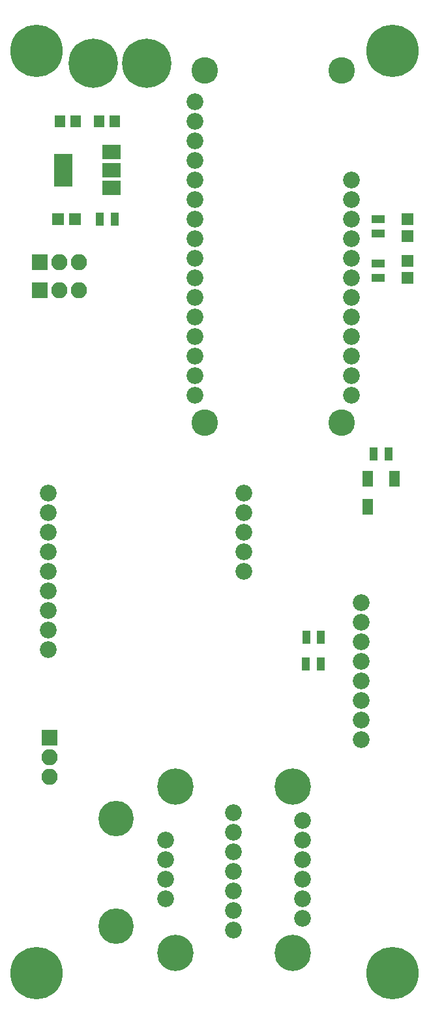
<source format=gts>
G04 #@! TF.GenerationSoftware,KiCad,Pcbnew,(5.1.0)-1*
G04 #@! TF.CreationDate,2019-04-08T21:34:39-05:00*
G04 #@! TF.ProjectId,TheHub2,54686548-7562-4322-9e6b-696361645f70,1.0*
G04 #@! TF.SameCoordinates,Original*
G04 #@! TF.FileFunction,Soldermask,Top*
G04 #@! TF.FilePolarity,Negative*
%FSLAX46Y46*%
G04 Gerber Fmt 4.6, Leading zero omitted, Abs format (unit mm)*
G04 Created by KiCad (PCBNEW (5.1.0)-1) date 2019-04-08 21:34:39*
%MOMM*%
%LPD*%
G04 APERTURE LIST*
%ADD10C,6.800000*%
%ADD11R,1.400000X2.100000*%
%ADD12R,1.400000X1.650000*%
%ADD13R,1.600000X1.600000*%
%ADD14C,6.400000*%
%ADD15R,2.100000X2.100000*%
%ADD16O,2.100000X2.100000*%
%ADD17R,1.100000X1.700000*%
%ADD18R,1.700000X1.100000*%
%ADD19C,2.178000*%
%ADD20C,4.718000*%
%ADD21C,3.448000*%
%ADD22R,2.400000X1.900000*%
%ADD23R,2.400000X4.200000*%
%ADD24C,4.600000*%
G04 APERTURE END LIST*
D10*
X102590600Y-94983300D03*
X148844000Y-95034100D03*
X102577900Y-214782400D03*
X148805900Y-214782400D03*
D11*
X145570000Y-150600000D03*
X145570000Y-154200000D03*
X149070000Y-150600000D03*
D12*
X112760000Y-104140000D03*
X110760000Y-104140000D03*
X107680000Y-104140000D03*
X105680000Y-104140000D03*
D13*
X107610000Y-116840000D03*
X105410000Y-116840000D03*
X150774400Y-116865400D03*
X150774400Y-119065400D03*
X150774400Y-122285400D03*
X150774400Y-124485400D03*
D14*
X109941600Y-96634300D03*
X116941600Y-96634300D03*
D15*
X103009700Y-126085600D03*
D16*
X105549700Y-126085600D03*
X108089700Y-126085600D03*
X104305100Y-189230000D03*
X104305100Y-186690000D03*
D15*
X104305100Y-184150000D03*
D17*
X110810000Y-116840000D03*
X112710000Y-116840000D03*
X146370000Y-147320000D03*
X148270000Y-147320000D03*
D18*
X146964400Y-116865400D03*
X146964400Y-118765400D03*
X146964400Y-124485400D03*
X146964400Y-122585400D03*
D19*
X137160000Y-207645000D03*
X137160000Y-205105000D03*
X137160000Y-202565000D03*
X137160000Y-200025000D03*
X137160000Y-197485000D03*
X137160000Y-194945000D03*
X119380000Y-205105000D03*
X119380000Y-202565000D03*
X119380000Y-200025000D03*
X119380000Y-197485000D03*
D20*
X135890000Y-212090000D03*
X135890000Y-190500000D03*
X120650000Y-190500000D03*
X120650000Y-212090000D03*
D19*
X123190000Y-101600000D03*
X123190000Y-104140000D03*
X123190000Y-106680000D03*
X123190000Y-109220000D03*
X123190000Y-111760000D03*
X123190000Y-114300000D03*
X123190000Y-116840000D03*
X123190000Y-119380000D03*
X123190000Y-121920000D03*
X123190000Y-124460000D03*
X123190000Y-127000000D03*
X123190000Y-129540000D03*
X123190000Y-132080000D03*
X123190000Y-134620000D03*
X123190000Y-137160000D03*
X123190000Y-139700000D03*
X143510000Y-139700000D03*
X143510000Y-137160000D03*
X143510000Y-134620000D03*
X143510000Y-132080000D03*
X143510000Y-129540000D03*
X143510000Y-127000000D03*
X143510000Y-124460000D03*
X143510000Y-121920000D03*
X143510000Y-119380000D03*
X143510000Y-116840000D03*
X143510000Y-114300000D03*
X143510000Y-111760000D03*
D21*
X124460000Y-97536000D03*
X142240000Y-97536000D03*
X124460000Y-143256000D03*
X142240000Y-143256000D03*
D19*
X104140000Y-152400000D03*
X104140000Y-154940000D03*
X104140000Y-157480000D03*
X104140000Y-160020000D03*
X104140000Y-162560000D03*
X104140000Y-165100000D03*
X104140000Y-167640000D03*
X104140000Y-170180000D03*
X104140000Y-172720000D03*
X129540000Y-152400000D03*
X129540000Y-154940000D03*
X129540000Y-157480000D03*
X129540000Y-160020000D03*
X129540000Y-162560000D03*
D22*
X112370000Y-112790000D03*
X112370000Y-108190000D03*
X112370000Y-110490000D03*
D23*
X106070000Y-110490000D03*
D19*
X128155700Y-193903600D03*
X128155700Y-196443600D03*
X128155700Y-198983600D03*
X128155700Y-201523600D03*
X128155700Y-204063600D03*
X128155700Y-206603600D03*
X128155700Y-209143600D03*
D24*
X112915700Y-194663600D03*
X112915700Y-208633600D03*
D16*
X108089700Y-122440700D03*
X105549700Y-122440700D03*
D15*
X103009700Y-122440700D03*
D17*
X139532400Y-171107100D03*
X137632400Y-171107100D03*
X137566400Y-174586900D03*
X139466400Y-174586900D03*
D19*
X144792700Y-166611300D03*
X144792700Y-169151300D03*
X144792700Y-171691300D03*
X144792700Y-174231300D03*
X144792700Y-176771300D03*
X144792700Y-179311300D03*
X144792700Y-181851300D03*
X144792700Y-184391300D03*
M02*

</source>
